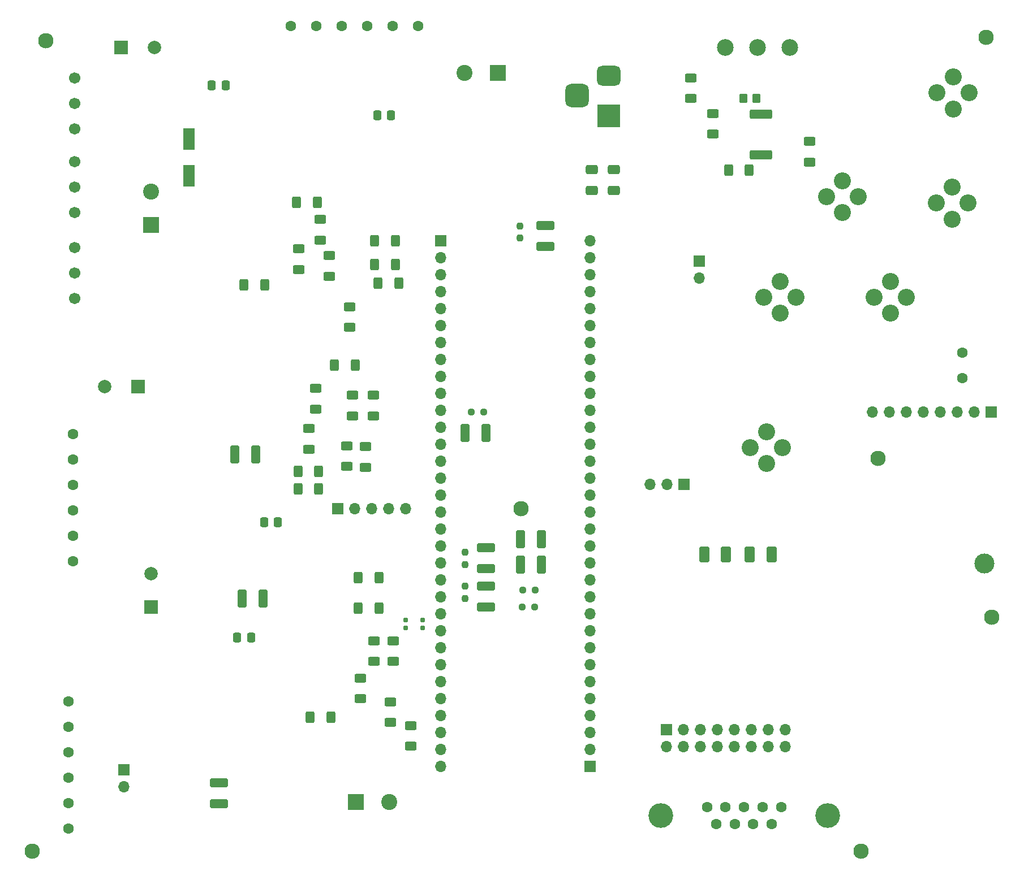
<source format=gbr>
%TF.GenerationSoftware,KiCad,Pcbnew,7.0.5*%
%TF.CreationDate,2023-08-28T12:49:26-05:00*%
%TF.ProjectId,Esquema_CBX_Rex,45737175-656d-4615-9f43-42585f526578,rev?*%
%TF.SameCoordinates,Original*%
%TF.FileFunction,Soldermask,Bot*%
%TF.FilePolarity,Negative*%
%FSLAX46Y46*%
G04 Gerber Fmt 4.6, Leading zero omitted, Abs format (unit mm)*
G04 Created by KiCad (PCBNEW 7.0.5) date 2023-08-28 12:49:26*
%MOMM*%
%LPD*%
G01*
G04 APERTURE LIST*
G04 Aperture macros list*
%AMRoundRect*
0 Rectangle with rounded corners*
0 $1 Rounding radius*
0 $2 $3 $4 $5 $6 $7 $8 $9 X,Y pos of 4 corners*
0 Add a 4 corners polygon primitive as box body*
4,1,4,$2,$3,$4,$5,$6,$7,$8,$9,$2,$3,0*
0 Add four circle primitives for the rounded corners*
1,1,$1+$1,$2,$3*
1,1,$1+$1,$4,$5*
1,1,$1+$1,$6,$7*
1,1,$1+$1,$8,$9*
0 Add four rect primitives between the rounded corners*
20,1,$1+$1,$2,$3,$4,$5,0*
20,1,$1+$1,$4,$5,$6,$7,0*
20,1,$1+$1,$6,$7,$8,$9,0*
20,1,$1+$1,$8,$9,$2,$3,0*%
G04 Aperture macros list end*
%ADD10C,3.000000*%
%ADD11C,1.600200*%
%ADD12C,2.300000*%
%ADD13R,2.000000X2.000000*%
%ADD14C,2.000000*%
%ADD15R,2.400000X2.400000*%
%ADD16C,2.400000*%
%ADD17R,1.700000X1.700000*%
%ADD18O,1.700000X1.700000*%
%ADD19C,1.701800*%
%ADD20C,2.550000*%
%ADD21R,3.500000X3.500000*%
%ADD22RoundRect,0.750000X-1.000000X0.750000X-1.000000X-0.750000X1.000000X-0.750000X1.000000X0.750000X0*%
%ADD23RoundRect,0.875000X-0.875000X0.875000X-0.875000X-0.875000X0.875000X-0.875000X0.875000X0.875000X0*%
%ADD24C,3.708400*%
%ADD25C,2.500000*%
%ADD26RoundRect,0.237500X0.250000X0.237500X-0.250000X0.237500X-0.250000X-0.237500X0.250000X-0.237500X0*%
%ADD27RoundRect,0.250000X-0.412500X-1.100000X0.412500X-1.100000X0.412500X1.100000X-0.412500X1.100000X0*%
%ADD28RoundRect,0.250000X0.625000X-0.400000X0.625000X0.400000X-0.625000X0.400000X-0.625000X-0.400000X0*%
%ADD29RoundRect,0.250000X-1.100000X0.412500X-1.100000X-0.412500X1.100000X-0.412500X1.100000X0.412500X0*%
%ADD30RoundRect,0.250000X0.400000X0.625000X-0.400000X0.625000X-0.400000X-0.625000X0.400000X-0.625000X0*%
%ADD31RoundRect,0.250000X-0.625000X0.400000X-0.625000X-0.400000X0.625000X-0.400000X0.625000X0.400000X0*%
%ADD32RoundRect,0.250000X-0.650000X0.412500X-0.650000X-0.412500X0.650000X-0.412500X0.650000X0.412500X0*%
%ADD33RoundRect,0.250000X-0.400000X-0.625000X0.400000X-0.625000X0.400000X0.625000X-0.400000X0.625000X0*%
%ADD34RoundRect,0.250000X1.100000X-0.412500X1.100000X0.412500X-1.100000X0.412500X-1.100000X-0.412500X0*%
%ADD35RoundRect,0.160000X-0.160000X0.197500X-0.160000X-0.197500X0.160000X-0.197500X0.160000X0.197500X0*%
%ADD36RoundRect,0.250001X-0.499999X-0.924999X0.499999X-0.924999X0.499999X0.924999X-0.499999X0.924999X0*%
%ADD37R,1.700000X3.300000*%
%ADD38RoundRect,0.250001X0.499999X0.924999X-0.499999X0.924999X-0.499999X-0.924999X0.499999X-0.924999X0*%
%ADD39RoundRect,0.250000X-0.350000X-0.450000X0.350000X-0.450000X0.350000X0.450000X-0.350000X0.450000X0*%
%ADD40RoundRect,0.249999X1.425001X-0.450001X1.425001X0.450001X-1.425001X0.450001X-1.425001X-0.450001X0*%
%ADD41RoundRect,0.250000X0.337500X0.475000X-0.337500X0.475000X-0.337500X-0.475000X0.337500X-0.475000X0*%
%ADD42RoundRect,0.237500X0.237500X-0.250000X0.237500X0.250000X-0.237500X0.250000X-0.237500X-0.250000X0*%
%ADD43RoundRect,0.250000X0.650000X-0.412500X0.650000X0.412500X-0.650000X0.412500X-0.650000X-0.412500X0*%
%ADD44RoundRect,0.237500X-0.237500X0.250000X-0.237500X-0.250000X0.237500X-0.250000X0.237500X0.250000X0*%
%ADD45RoundRect,0.250000X-0.337500X-0.475000X0.337500X-0.475000X0.337500X0.475000X-0.337500X0.475000X0*%
G04 APERTURE END LIST*
D10*
%TO.C,REF\u002A\u002A*%
X203454000Y-112903000D03*
%TD*%
D11*
%TO.C,J16*%
X67057000Y-93472000D03*
X67057000Y-97282000D03*
X67057000Y-101092000D03*
X67057000Y-104902000D03*
X67057000Y-108712000D03*
X67057000Y-112522000D03*
%TD*%
D12*
%TO.C,REF\u002A\u002A*%
X187579000Y-97155000D03*
%TD*%
D13*
%TO.C,C14*%
X74295000Y-35560000D03*
D14*
X79295000Y-35560000D03*
%TD*%
D15*
%TO.C,C24*%
X130683000Y-39370000D03*
D16*
X125683000Y-39370000D03*
%TD*%
D17*
%TO.C,J20*%
X74676000Y-143764000D03*
D18*
X74676000Y-146304000D03*
%TD*%
D19*
%TO.C,J21*%
X67300000Y-65550000D03*
X67300000Y-69360000D03*
X67300000Y-73170000D03*
%TD*%
D15*
%TO.C,C44*%
X78740000Y-62150000D03*
D16*
X78740000Y-57150000D03*
%TD*%
D17*
%TO.C,J3*%
X158500000Y-101000000D03*
D18*
X155960000Y-101000000D03*
X153420000Y-101000000D03*
%TD*%
D20*
%TO.C,J8*%
X201168000Y-42385000D03*
X196408000Y-42385000D03*
X198788000Y-44765000D03*
X198788000Y-40005000D03*
%TD*%
D17*
%TO.C,J1*%
X144478377Y-143236327D03*
D18*
X144478377Y-140696327D03*
X144478377Y-138156327D03*
X144478377Y-135616327D03*
X144478377Y-133076327D03*
X144478377Y-130536327D03*
X144478377Y-127996327D03*
X144478377Y-125456327D03*
X144478377Y-122916327D03*
X144478377Y-120376327D03*
X144478377Y-117836327D03*
X144478377Y-115296327D03*
X144478377Y-112756327D03*
X144478377Y-110216327D03*
X144478377Y-107676327D03*
X144478377Y-105136327D03*
X144478377Y-102596327D03*
X144478377Y-100056327D03*
X144478377Y-97516327D03*
X144478377Y-94976327D03*
X144478377Y-92436327D03*
X144478377Y-89896327D03*
X144478377Y-87356327D03*
X144478377Y-84816327D03*
X144478377Y-82276327D03*
X144478377Y-79736327D03*
X144478377Y-77196327D03*
X144478377Y-74656327D03*
X144478377Y-72116327D03*
X144478377Y-69576327D03*
X144478377Y-67036327D03*
X144478377Y-64496327D03*
%TD*%
D20*
%TO.C,J9*%
X175260000Y-73025000D03*
X170500000Y-73025000D03*
X172880000Y-75405000D03*
X172880000Y-70645000D03*
%TD*%
%TO.C,J11*%
X173228000Y-95504000D03*
X168468000Y-95504000D03*
X170848000Y-97884000D03*
X170848000Y-93124000D03*
%TD*%
D12*
%TO.C,*%
X134112000Y-104648000D03*
%TD*%
D21*
%TO.C,J5*%
X147257500Y-45800000D03*
D22*
X147257500Y-39800000D03*
D23*
X142557500Y-42800000D03*
%TD*%
D12*
%TO.C,*%
X204597000Y-120904000D03*
%TD*%
D11*
%TO.C,J4*%
X173045000Y-149330000D03*
X170275001Y-149330000D03*
X167505001Y-149330000D03*
X164735002Y-149330000D03*
X161965002Y-149330000D03*
X171660002Y-151870000D03*
X168890002Y-151870000D03*
X166120000Y-151870000D03*
X163350000Y-151870000D03*
D24*
X155010002Y-150600000D03*
X180000000Y-150600000D03*
%TD*%
D17*
%TO.C,J12*%
X160782000Y-67559000D03*
D18*
X160782000Y-70099000D03*
%TD*%
D17*
%TO.C,J19*%
X106725000Y-104700000D03*
D18*
X109265000Y-104700000D03*
X111805000Y-104700000D03*
X114345000Y-104700000D03*
X116885000Y-104700000D03*
%TD*%
D12*
%TO.C,*%
X203708000Y-34036000D03*
%TD*%
D15*
%TO.C,C34*%
X109444785Y-148590000D03*
D16*
X114444785Y-148590000D03*
%TD*%
D20*
%TO.C,J10*%
X179865000Y-57945000D03*
X184625000Y-57945000D03*
X182245000Y-55565000D03*
X182245000Y-60325000D03*
%TD*%
D19*
%TO.C,J22*%
X67310000Y-52705000D03*
X67310000Y-56515000D03*
X67310000Y-60325000D03*
%TD*%
D25*
%TO.C,SW2*%
X164719000Y-35560000D03*
X169545000Y-35560000D03*
X174371000Y-35560000D03*
%TD*%
D12*
%TO.C,*%
X185000000Y-156000000D03*
%TD*%
D11*
%TO.C,J17*%
X200208700Y-81323798D03*
X200208700Y-85133798D03*
%TD*%
D17*
%TO.C,J31*%
X204470000Y-90170000D03*
D18*
X201930000Y-90170000D03*
X199390000Y-90170000D03*
X196850000Y-90170000D03*
X194310000Y-90170000D03*
X191770000Y-90170000D03*
X189230000Y-90170000D03*
X186690000Y-90170000D03*
%TD*%
D17*
%TO.C,J18*%
X155860000Y-137800000D03*
D18*
X155860000Y-140340000D03*
X158400000Y-137800000D03*
X158400000Y-140340000D03*
X160940000Y-137800000D03*
X160940000Y-140340000D03*
X163480000Y-137800000D03*
X163480000Y-140340000D03*
X166020000Y-137800000D03*
X166020000Y-140340000D03*
X168560000Y-137800000D03*
X168560000Y-140340000D03*
X171100000Y-137800000D03*
X171100000Y-140340000D03*
X173640000Y-137800000D03*
X173640000Y-140340000D03*
%TD*%
D20*
%TO.C,J7*%
X189390000Y-75405000D03*
X189390000Y-70645000D03*
X187010000Y-73025000D03*
X191770000Y-73025000D03*
%TD*%
D11*
%TO.C,J15*%
X66422000Y-133512000D03*
X66422000Y-137322000D03*
X66422000Y-141132000D03*
X66422000Y-144942000D03*
X66422000Y-148752000D03*
X66422000Y-152562000D03*
%TD*%
D13*
%TO.C,C29*%
X78740000Y-119380000D03*
D14*
X78740000Y-114380000D03*
%TD*%
D12*
%TO.C,*%
X60960000Y-155956000D03*
%TD*%
D19*
%TO.C,J13*%
X67310000Y-40132000D03*
X67310000Y-43942000D03*
X67310000Y-47752000D03*
%TD*%
D13*
%TO.C,C39*%
X76835000Y-86360000D03*
D14*
X71835000Y-86360000D03*
%TD*%
D12*
%TO.C,*%
X62992000Y-34544000D03*
%TD*%
D20*
%TO.C,J6*%
X201008000Y-58895000D03*
X196248000Y-58895000D03*
X198628000Y-61275000D03*
X198628000Y-56515000D03*
%TD*%
D11*
%TO.C,J14*%
X118745000Y-32385000D03*
X114935000Y-32385000D03*
X111125000Y-32385000D03*
X107315000Y-32385000D03*
X103505000Y-32385000D03*
X99695000Y-32385000D03*
%TD*%
D17*
%TO.C,J2*%
X122126377Y-64491327D03*
D18*
X122126377Y-67031327D03*
X122126377Y-69571327D03*
X122126377Y-72111327D03*
X122126377Y-74651327D03*
X122126377Y-77191327D03*
X122126377Y-79731327D03*
X122126377Y-82271327D03*
X122126377Y-84811327D03*
X122126377Y-87351327D03*
X122126377Y-89891327D03*
X122126377Y-92431327D03*
X122126377Y-94971327D03*
X122126377Y-97511327D03*
X122126377Y-100051327D03*
X122126377Y-102591327D03*
X122126377Y-105131327D03*
X122126377Y-107671327D03*
X122126377Y-110211327D03*
X122126377Y-112751327D03*
X122126377Y-115291327D03*
X122126377Y-117831327D03*
X122126377Y-120371327D03*
X122126377Y-122911327D03*
X122126377Y-125451327D03*
X122126377Y-127991327D03*
X122126377Y-130531327D03*
X122126377Y-133071327D03*
X122126377Y-135611327D03*
X122126377Y-138151327D03*
X122126377Y-140691327D03*
X122126377Y-143231327D03*
%TD*%
D26*
%TO.C,R78*%
X128547500Y-90170000D03*
X126722500Y-90170000D03*
%TD*%
D27*
%TO.C,C38*%
X92417500Y-118110000D03*
X95542500Y-118110000D03*
%TD*%
D26*
%TO.C,R83*%
X136247500Y-116840000D03*
X134422500Y-116840000D03*
%TD*%
%TO.C,R82*%
X136167500Y-119380000D03*
X134342500Y-119380000D03*
%TD*%
D28*
%TO.C,R68*%
X112000000Y-90750000D03*
X112000000Y-87650000D03*
%TD*%
D29*
%TO.C,C52*%
X128905000Y-116255000D03*
X128905000Y-119380000D03*
%TD*%
D28*
%TO.C,R45*%
X114554000Y-136678000D03*
X114554000Y-133578000D03*
%TD*%
D30*
%TO.C,R58*%
X112850000Y-115000000D03*
X109750000Y-115000000D03*
%TD*%
D31*
%TO.C,R55*%
X115000000Y-124450000D03*
X115000000Y-127550000D03*
%TD*%
D32*
%TO.C,C55*%
X144700000Y-53837500D03*
X144700000Y-56962500D03*
%TD*%
D33*
%TO.C,R44*%
X100550000Y-58800000D03*
X103650000Y-58800000D03*
%TD*%
%TO.C,R63*%
X100750000Y-99100000D03*
X103850000Y-99100000D03*
%TD*%
D34*
%TO.C,C51*%
X128905000Y-113665000D03*
X128905000Y-110540000D03*
%TD*%
D35*
%TO.C,R49*%
X116840000Y-121322500D03*
X116840000Y-122517500D03*
%TD*%
D33*
%TO.C,R28*%
X112750000Y-70866000D03*
X115850000Y-70866000D03*
%TD*%
D28*
%TO.C,R67*%
X108458000Y-77496000D03*
X108458000Y-74396000D03*
%TD*%
D27*
%TO.C,C54*%
X134035000Y-113030000D03*
X137160000Y-113030000D03*
%TD*%
D28*
%TO.C,R62*%
X108100000Y-98350000D03*
X108100000Y-95250000D03*
%TD*%
D31*
%TO.C,R57*%
X110100000Y-130050000D03*
X110100000Y-133150000D03*
%TD*%
D36*
%TO.C,C6*%
X161570000Y-111506000D03*
X164820000Y-111506000D03*
%TD*%
D33*
%TO.C,R29*%
X112242000Y-68072000D03*
X115342000Y-68072000D03*
%TD*%
D27*
%TO.C,C53*%
X134035000Y-109220000D03*
X137160000Y-109220000D03*
%TD*%
D37*
%TO.C,D1*%
X84455000Y-49320000D03*
X84455000Y-54820000D03*
%TD*%
D28*
%TO.C,R73*%
X108900000Y-90750000D03*
X108900000Y-87650000D03*
%TD*%
D30*
%TO.C,R13*%
X168301000Y-53975000D03*
X165201000Y-53975000D03*
%TD*%
D38*
%TO.C,C10*%
X171625000Y-111500000D03*
X168375000Y-111500000D03*
%TD*%
D31*
%TO.C,R42*%
X105400000Y-66750000D03*
X105400000Y-69850000D03*
%TD*%
D28*
%TO.C,R70*%
X103400000Y-89750000D03*
X103400000Y-86650000D03*
%TD*%
D31*
%TO.C,R72*%
X102400000Y-92650000D03*
X102400000Y-95750000D03*
%TD*%
D27*
%TO.C,C50*%
X125780000Y-93345000D03*
X128905000Y-93345000D03*
%TD*%
D34*
%TO.C,C30*%
X88900000Y-148882500D03*
X88900000Y-145757500D03*
%TD*%
D39*
%TO.C,R10*%
X167402000Y-43180000D03*
X169402000Y-43180000D03*
%TD*%
D31*
%TO.C,R69*%
X110871000Y-95351000D03*
X110871000Y-98451000D03*
%TD*%
D40*
%TO.C,R12*%
X170053000Y-51691000D03*
X170053000Y-45591000D03*
%TD*%
D28*
%TO.C,R54*%
X112100000Y-127550000D03*
X112100000Y-124450000D03*
%TD*%
D41*
%TO.C,C23*%
X89937500Y-41275000D03*
X87862500Y-41275000D03*
%TD*%
D42*
%TO.C,R81*%
X125730000Y-118110000D03*
X125730000Y-116285000D03*
%TD*%
D28*
%TO.C,R46*%
X117602000Y-140234000D03*
X117602000Y-137134000D03*
%TD*%
%TO.C,R39*%
X104100000Y-64450000D03*
X104100000Y-61350000D03*
%TD*%
D31*
%TO.C,R7*%
X162814000Y-45440000D03*
X162814000Y-48540000D03*
%TD*%
D41*
%TO.C,C35*%
X93747500Y-123970000D03*
X91672500Y-123970000D03*
%TD*%
D43*
%TO.C,C1*%
X148000000Y-56962500D03*
X148000000Y-53837500D03*
%TD*%
D33*
%TO.C,R31*%
X92650000Y-71150000D03*
X95750000Y-71150000D03*
%TD*%
D41*
%TO.C,C42*%
X97737500Y-106700000D03*
X95662500Y-106700000D03*
%TD*%
D44*
%TO.C,R80*%
X125730000Y-111205000D03*
X125730000Y-113030000D03*
%TD*%
D30*
%TO.C,R53*%
X112850000Y-119600000D03*
X109750000Y-119600000D03*
%TD*%
D35*
%TO.C,R51*%
X119380000Y-121322500D03*
X119380000Y-122517500D03*
%TD*%
D33*
%TO.C,R32*%
X112242000Y-64516000D03*
X115342000Y-64516000D03*
%TD*%
D27*
%TO.C,C41*%
X91313000Y-96520000D03*
X94438000Y-96520000D03*
%TD*%
D31*
%TO.C,R30*%
X100850000Y-65750000D03*
X100850000Y-68850000D03*
%TD*%
D33*
%TO.C,R48*%
X102590000Y-135890000D03*
X105690000Y-135890000D03*
%TD*%
%TO.C,R71*%
X106207500Y-83185000D03*
X109307500Y-83185000D03*
%TD*%
D28*
%TO.C,R14*%
X177292000Y-52731000D03*
X177292000Y-49631000D03*
%TD*%
D30*
%TO.C,R74*%
X103850000Y-101700000D03*
X100750000Y-101700000D03*
%TD*%
D31*
%TO.C,R1*%
X159512000Y-40106000D03*
X159512000Y-43206000D03*
%TD*%
D45*
%TO.C,C26*%
X112627500Y-45720000D03*
X114702500Y-45720000D03*
%TD*%
D34*
%TO.C,C49*%
X137795000Y-65405000D03*
X137795000Y-62280000D03*
%TD*%
D44*
%TO.C,R79*%
X133985000Y-62310000D03*
X133985000Y-64135000D03*
%TD*%
M02*

</source>
